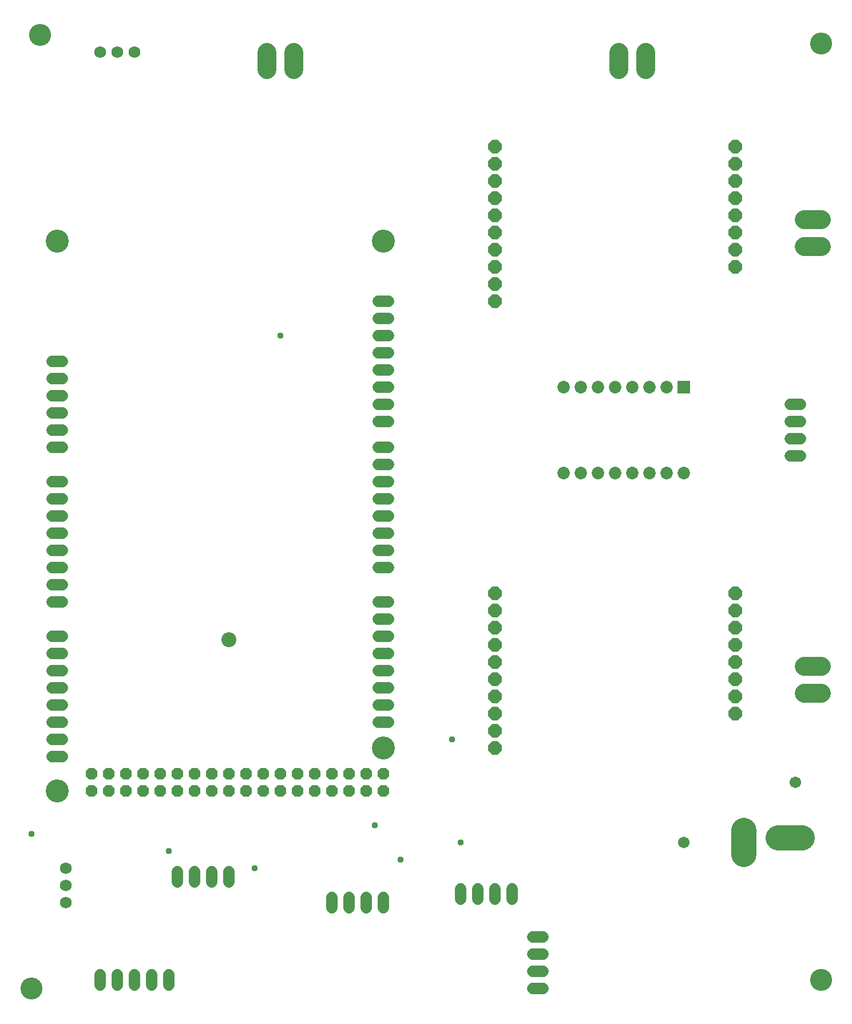
<source format=gbr>
G04 EAGLE Gerber RS-274X export*
G75*
%MOMM*%
%FSLAX34Y34*%
%LPD*%
%INSoldermask Top*%
%IPPOS*%
%AMOC8*
5,1,8,0,0,1.08239X$1,22.5*%
G01*
%ADD10C,3.251200*%
%ADD11C,1.727200*%
%ADD12P,1.869504X8X202.500000*%
%ADD13C,3.403200*%
%ADD14C,2.203200*%
%ADD15P,2.144431X8X22.500000*%
%ADD16C,1.853200*%
%ADD17R,1.853200X1.853200*%
%ADD18C,2.753200*%
%ADD19P,2.144431X8X202.500000*%
%ADD20C,1.727200*%
%ADD21C,3.759200*%
%ADD22C,1.703200*%
%ADD23C,0.959600*%


D10*
X266700Y965200D03*
X1422400Y952500D03*
X1422400Y-431800D03*
X254000Y-444500D03*
D11*
X284480Y482600D02*
X299720Y482600D01*
X299720Y457200D02*
X284480Y457200D01*
X284480Y431800D02*
X299720Y431800D01*
X299720Y406400D02*
X284480Y406400D01*
X284480Y381000D02*
X299720Y381000D01*
X299720Y355600D02*
X284480Y355600D01*
X284480Y304800D02*
X299720Y304800D01*
X299720Y279400D02*
X284480Y279400D01*
X284480Y254000D02*
X299720Y254000D01*
X299720Y228600D02*
X284480Y228600D01*
X284480Y203200D02*
X299720Y203200D01*
X299720Y177800D02*
X284480Y177800D01*
X284480Y152400D02*
X299720Y152400D01*
X299720Y127000D02*
X284480Y127000D01*
X284480Y76200D02*
X299720Y76200D01*
X299720Y50800D02*
X284480Y50800D01*
X284480Y25400D02*
X299720Y25400D01*
X299720Y0D02*
X284480Y0D01*
X284480Y-25400D02*
X299720Y-25400D01*
X299720Y-50800D02*
X284480Y-50800D01*
X284480Y-76200D02*
X299720Y-76200D01*
X299720Y-101600D02*
X284480Y-101600D01*
X767080Y-50800D02*
X782320Y-50800D01*
X782320Y-25400D02*
X767080Y-25400D01*
X767080Y0D02*
X782320Y0D01*
X782320Y25400D02*
X767080Y25400D01*
X767080Y50800D02*
X782320Y50800D01*
X782320Y76200D02*
X767080Y76200D01*
X767080Y101600D02*
X782320Y101600D01*
X782320Y127000D02*
X767080Y127000D01*
X767080Y177800D02*
X782320Y177800D01*
X782320Y203200D02*
X767080Y203200D01*
X767080Y228600D02*
X782320Y228600D01*
X782320Y254000D02*
X767080Y254000D01*
X767080Y279400D02*
X782320Y279400D01*
X782320Y304800D02*
X767080Y304800D01*
X767080Y330200D02*
X782320Y330200D01*
X782320Y355600D02*
X767080Y355600D01*
X767080Y393700D02*
X782320Y393700D01*
X782320Y419100D02*
X767080Y419100D01*
X767080Y444500D02*
X782320Y444500D01*
X782320Y469900D02*
X767080Y469900D01*
X767080Y495300D02*
X782320Y495300D01*
X782320Y520700D02*
X767080Y520700D01*
X767080Y546100D02*
X782320Y546100D01*
X782320Y571500D02*
X767080Y571500D01*
D12*
X774700Y-127000D03*
X774700Y-152400D03*
X749300Y-127000D03*
X749300Y-152400D03*
X723900Y-127000D03*
X723900Y-152400D03*
X698500Y-127000D03*
X698500Y-152400D03*
X673100Y-127000D03*
X673100Y-152400D03*
X647700Y-127000D03*
X647700Y-152400D03*
X622300Y-127000D03*
X622300Y-152400D03*
X596900Y-127000D03*
X596900Y-152400D03*
X571500Y-127000D03*
X571500Y-152400D03*
X546100Y-127000D03*
X546100Y-152400D03*
X520700Y-127000D03*
X520700Y-152400D03*
X495300Y-127000D03*
X495300Y-152400D03*
X469900Y-127000D03*
X469900Y-152400D03*
X444500Y-127000D03*
X444500Y-152400D03*
X419100Y-127000D03*
X419100Y-152400D03*
X393700Y-127000D03*
X393700Y-152400D03*
X368300Y-127000D03*
X368300Y-152400D03*
X342900Y-127000D03*
X342900Y-152400D03*
D13*
X774700Y660400D03*
X292100Y660400D03*
X774700Y-88900D03*
X292100Y-152400D03*
D14*
X546100Y71120D03*
D15*
X939800Y800100D03*
X939800Y774700D03*
X939800Y749300D03*
X939800Y723900D03*
X939800Y698500D03*
X939800Y673100D03*
X939800Y647700D03*
X939800Y622300D03*
X939800Y596900D03*
X939800Y571500D03*
D16*
X1143000Y444500D03*
X1143000Y317500D03*
X1117600Y444500D03*
X1092200Y444500D03*
X1066800Y444500D03*
X1041400Y444500D03*
X1168400Y444500D03*
X1193800Y444500D03*
D17*
X1219200Y444500D03*
D16*
X1168400Y317500D03*
X1193800Y317500D03*
X1219200Y317500D03*
X1117600Y317500D03*
X1092200Y317500D03*
X1066800Y317500D03*
X1041400Y317500D03*
D15*
X939800Y139700D03*
X939800Y114300D03*
X939800Y88900D03*
X939800Y63500D03*
X939800Y38100D03*
X939800Y12700D03*
X939800Y-12700D03*
X939800Y-38100D03*
X939800Y-63500D03*
X939800Y-88900D03*
D18*
X602500Y914350D02*
X602500Y939850D01*
X642100Y939850D02*
X642100Y914350D01*
X1123200Y914350D02*
X1123200Y939850D01*
X1162800Y939850D02*
X1162800Y914350D01*
D19*
X1295400Y-38100D03*
X1295400Y-12700D03*
X1295400Y12700D03*
X1295400Y38100D03*
X1295400Y63500D03*
X1295400Y88900D03*
X1295400Y114300D03*
X1295400Y139700D03*
X1295400Y622300D03*
X1295400Y647700D03*
X1295400Y673100D03*
X1295400Y698500D03*
X1295400Y723900D03*
X1295400Y749300D03*
X1295400Y774700D03*
X1295400Y800100D03*
D18*
X1396950Y653300D02*
X1422450Y653300D01*
X1422450Y692900D02*
X1396950Y692900D01*
X1396950Y-7100D02*
X1422450Y-7100D01*
X1422450Y32500D02*
X1396950Y32500D01*
D20*
X304800Y-317500D03*
X304800Y-292100D03*
X304800Y-266700D03*
D11*
X469900Y-271780D02*
X469900Y-287020D01*
X495300Y-287020D02*
X495300Y-271780D01*
X520700Y-271780D02*
X520700Y-287020D01*
X546100Y-287020D02*
X546100Y-271780D01*
X774700Y-309880D02*
X774700Y-325120D01*
X749300Y-325120D02*
X749300Y-309880D01*
X723900Y-309880D02*
X723900Y-325120D01*
X698500Y-325120D02*
X698500Y-309880D01*
X965200Y-312420D02*
X965200Y-297180D01*
X939800Y-297180D02*
X939800Y-312420D01*
X914400Y-312420D02*
X914400Y-297180D01*
X889000Y-297180D02*
X889000Y-312420D01*
X995680Y-444500D02*
X1010920Y-444500D01*
X1010920Y-419100D02*
X995680Y-419100D01*
X995680Y-393700D02*
X1010920Y-393700D01*
X1010920Y-368300D02*
X995680Y-368300D01*
X457200Y-424180D02*
X457200Y-439420D01*
X431800Y-439420D02*
X431800Y-424180D01*
X406400Y-424180D02*
X406400Y-439420D01*
X381000Y-439420D02*
X381000Y-424180D01*
X355600Y-424180D02*
X355600Y-439420D01*
D21*
X1308100Y-246380D02*
X1308100Y-210820D01*
X1359535Y-221234D02*
X1395095Y-221234D01*
D11*
X1391920Y419100D02*
X1376680Y419100D01*
X1376680Y393700D02*
X1391920Y393700D01*
X1391920Y368300D02*
X1376680Y368300D01*
X1376680Y342900D02*
X1391920Y342900D01*
D20*
X406400Y939800D03*
X381000Y939800D03*
X355600Y939800D03*
D22*
X1384300Y-139700D03*
D23*
X762000Y-203200D03*
X800100Y-254000D03*
X876300Y-76200D03*
X622300Y520700D03*
X254000Y-215900D03*
X584200Y-266700D03*
X457200Y-241300D03*
X889000Y-228600D03*
D22*
X1219200Y-228600D03*
M02*

</source>
